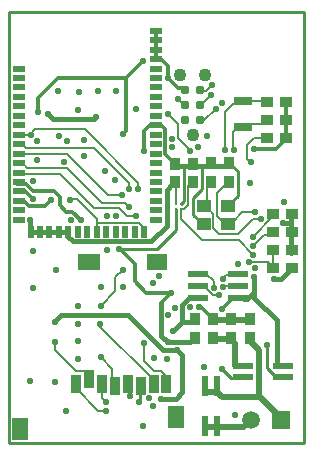
<source format=gbl>
%FSLAX25Y25*%
%MOIN*%
G70*
G01*
G75*
G04 Layer_Physical_Order=4*
G04 Layer_Color=16711680*
%ADD10R,0.03937X0.03740*%
%ADD11R,0.25984X0.25984*%
%ADD12O,0.00945X0.02362*%
%ADD13O,0.02362X0.00945*%
%ADD14R,0.02165X0.02362*%
%ADD15R,0.02362X0.02165*%
%ADD16R,0.03740X0.03937*%
%ADD17C,0.00984*%
%ADD18R,0.01772X0.05433*%
%ADD19R,0.09350X0.07480*%
%ADD20R,0.04606X0.07480*%
%ADD21R,0.05807X0.08268*%
%ADD22R,0.03150X0.00984*%
%ADD23R,0.00984X0.03150*%
%ADD24R,0.03937X0.02165*%
%ADD25R,0.04134X0.02362*%
%ADD26R,0.06693X0.06693*%
%ADD27O,0.03347X0.01102*%
%ADD28O,0.01102X0.03347*%
%ADD29R,0.03150X0.03740*%
%ADD30R,0.06299X0.07087*%
%ADD31R,0.01378X0.03937*%
%ADD32R,0.06299X0.03150*%
%ADD33C,0.01200*%
%ADD34C,0.00800*%
%ADD35C,0.01500*%
%ADD36C,0.02000*%
%ADD37C,0.01000*%
%ADD38C,0.01826*%
%ADD39R,0.04000X0.04100*%
%ADD40R,0.01300X0.04400*%
%ADD41R,0.04000X0.04200*%
%ADD42C,0.05906*%
%ADD43R,0.05906X0.05906*%
%ADD44C,0.02200*%
%ADD45C,0.04331*%
%ADD46C,0.05000*%
%ADD47C,0.04000*%
%ADD48R,0.06728X0.02402*%
%ADD49C,0.03098*%
%ADD50R,0.02362X0.03937*%
%ADD51R,0.03937X0.02362*%
%ADD52R,0.07500X0.05500*%
%ADD53R,0.07100X0.05500*%
%ADD54R,0.05500X0.07500*%
%ADD55R,0.03200X0.05900*%
%ADD56R,0.04724X0.04331*%
%ADD57R,0.05906X0.03150*%
%ADD58R,0.02402X0.06728*%
%ADD59C,0.01800*%
D10*
X316050Y358300D02*
D03*
X322350D02*
D03*
X316050Y346300D02*
D03*
X322350D02*
D03*
Y352300D02*
D03*
X316050D02*
D03*
Y364300D02*
D03*
X322350D02*
D03*
X314050Y389600D02*
D03*
X320350D02*
D03*
X320250Y401600D02*
D03*
X313950D02*
D03*
X320250Y395600D02*
D03*
X313950D02*
D03*
D16*
X296000Y322850D02*
D03*
Y329150D02*
D03*
X289200Y374750D02*
D03*
Y381050D02*
D03*
X283200D02*
D03*
Y374750D02*
D03*
X295200Y381150D02*
D03*
Y374850D02*
D03*
X301300Y381150D02*
D03*
Y374850D02*
D03*
X290000Y329150D02*
D03*
Y322850D02*
D03*
X302000D02*
D03*
Y329150D02*
D03*
X308200D02*
D03*
Y322850D02*
D03*
D17*
X285187Y365913D02*
D03*
Y367487D02*
D03*
X283613D02*
D03*
Y365913D02*
D03*
D33*
X247150Y364950D02*
X249150D01*
X244900Y367200D02*
X247150Y364950D01*
X244900Y367200D02*
Y370000D01*
X249150Y364950D02*
X252000Y362100D01*
X242900Y372000D02*
X244900Y370000D01*
X236000Y372000D02*
X242900D01*
X233700Y374300D02*
X236000Y372000D01*
X239900Y366800D02*
X242100Y369000D01*
X234700Y366800D02*
X239900D01*
X233253Y371747D02*
X235900Y369100D01*
X309800Y386000D02*
X317100D01*
X319300Y388200D01*
X280100Y384150D02*
X283200Y381050D01*
X277100Y415600D02*
Y424900D01*
X281000Y409400D02*
Y413400D01*
X278300Y416100D02*
X281000Y413400D01*
X244400Y409600D02*
X266900D01*
X237600Y398200D02*
Y402800D01*
X244400Y409600D01*
X281000Y409400D02*
X284300Y406100D01*
X286900D01*
X277100Y393900D02*
X278600D01*
X266900Y409600D02*
X272600Y415300D01*
X266900Y391800D02*
Y409600D01*
X280100Y384150D02*
Y392400D01*
X278600Y393900D02*
X280100Y392400D01*
X266000Y390900D02*
X266900Y391800D01*
X320350Y389600D02*
Y401650D01*
X232903Y368597D02*
X234700Y366800D01*
X230700Y374300D02*
X233700D01*
X265200Y352100D02*
X269900Y347400D01*
Y341900D02*
Y347400D01*
Y341900D02*
X273800Y338000D01*
X282000D01*
X273000Y385300D02*
Y391900D01*
X274900Y393800D01*
X275700D01*
X291066Y336200D02*
X292600D01*
X291600Y333100D02*
X292050D01*
X296000Y329150D01*
X278700Y334700D02*
X282000Y338000D01*
X298900Y332500D02*
X302300Y335900D01*
X302000Y322700D02*
X303400Y321300D01*
D34*
X231265Y371747D02*
X233253D01*
X296000Y337200D02*
X297900D01*
X292900Y340300D02*
X296000Y337200D01*
X293700Y344300D02*
X296200Y341800D01*
Y339800D02*
Y341800D01*
Y339800D02*
X296300Y339700D01*
X299600Y340100D02*
X302500D01*
X299100Y339600D02*
X299600Y340100D01*
X300400Y343900D02*
X302600D01*
X299100Y342600D02*
X300400Y343900D01*
X307500Y382700D02*
X308600Y381600D01*
X307500Y387300D02*
X309800Y389600D01*
X307500Y382700D02*
Y387300D01*
X308000Y348200D02*
Y348900D01*
X309300Y362600D02*
X311900D01*
X312100Y362400D01*
X309300Y356700D02*
X316000Y363400D01*
X267400D02*
X270300D01*
X264700Y366100D02*
X267400Y363400D01*
X266600Y367800D02*
X267950Y366450D01*
X316000Y345400D02*
Y353100D01*
X312900Y357200D02*
X316000D01*
X309400Y353700D02*
X312900Y357200D01*
X285187Y362413D02*
Y365913D01*
X304300Y357600D02*
X309300Y362600D01*
X298100Y357600D02*
X304300D01*
X296148Y359552D02*
X298100Y357600D01*
X297500Y363500D02*
X300350Y360650D01*
X297500Y363500D02*
Y371200D01*
X294600Y365800D02*
X296148Y364252D01*
Y359552D02*
Y364252D01*
X297500Y371200D02*
X300100Y373800D01*
X287700Y367300D02*
Y374000D01*
X286313Y365913D02*
X287700Y367300D01*
X285187Y365913D02*
X286313D01*
X293400Y365800D02*
X294600D01*
X305800Y364800D02*
X310100D01*
X302700Y361700D02*
X305800Y364800D01*
X301600Y361700D02*
X302700D01*
X300100Y373800D02*
Y374950D01*
X293900Y366700D02*
Y373900D01*
X309800Y389600D02*
X314050D01*
X292100Y395400D02*
X293100D01*
X283613Y367487D02*
Y373900D01*
X271700Y302200D02*
X271800Y302100D01*
X250300Y306100D02*
X257800Y298600D01*
X260900D01*
X259050Y303050D02*
X260400Y301700D01*
X259050Y303050D02*
Y306250D01*
X268100Y303600D02*
Y306600D01*
X262450Y308250D02*
Y312650D01*
X258600Y316500D02*
X262450Y312650D01*
X286400Y400500D02*
X286500D01*
X284500Y402400D02*
X286400Y400500D01*
X281100Y397400D02*
X284300Y394200D01*
X292200Y405200D02*
X293800D01*
X295700Y407100D01*
X291500Y399900D02*
X295500Y403900D01*
X296900Y399200D02*
X297100Y399000D01*
X293100Y395400D02*
X296900Y399200D01*
X231265Y390645D02*
X235200D01*
X284300Y390257D02*
Y394200D01*
Y390257D02*
X284420Y390137D01*
Y389580D02*
Y390137D01*
Y389580D02*
X288300Y385700D01*
Y385300D02*
Y385700D01*
X300000Y398300D02*
X302900Y401200D01*
X300000Y385600D02*
Y398300D01*
X307600Y401800D02*
X313200D01*
X302900Y401200D02*
X305600D01*
X307900Y394300D02*
X313500D01*
X302800Y385600D02*
Y391400D01*
X303800Y392400D01*
Y393300D01*
X231265Y368597D02*
X232903D01*
X232800Y387300D02*
X233800Y386300D01*
X234154Y379546D02*
Y379608D01*
Y379546D02*
X234200Y379500D01*
X232566Y381196D02*
X234154Y379608D01*
X231265Y381196D02*
X232566D01*
X243500Y318800D02*
Y321500D01*
Y318800D02*
X250500Y311800D01*
X253300D01*
X271360Y361300D02*
X272300Y360360D01*
X263400Y338400D02*
Y343100D01*
X266000Y345700D01*
X258700Y333700D02*
X263400Y338400D01*
X285187Y362413D02*
X292200Y355400D01*
X304700D01*
X309400Y350700D01*
X233800Y386300D02*
X256300D01*
X267900Y374700D01*
Y372500D02*
Y374700D01*
X270900Y372600D02*
Y374700D01*
X257700Y361300D02*
X271360D01*
X257300Y358800D02*
X258100Y358000D01*
X257300Y358800D02*
Y362400D01*
X248400Y369100D02*
X250600D01*
X257300Y362400D01*
X231265Y377546D02*
X244954D01*
X256400Y366100D01*
X264700D01*
X231265Y384345D02*
X247255D01*
X261000Y370600D01*
X265600D01*
X234200Y379500D02*
X247300D01*
X259000Y367800D01*
X266600D01*
X234865Y390495D02*
X236770Y392400D01*
X253200D01*
X270900Y374700D01*
X275300Y307400D02*
Y309800D01*
X308000Y348900D02*
X308600Y348300D01*
X314200D01*
X314900Y347600D01*
X258500Y326600D02*
Y327500D01*
Y326600D02*
X275300Y309800D01*
X280000Y309600D02*
Y310500D01*
X272900Y315300D02*
Y321300D01*
Y315300D02*
X276300Y311900D01*
X278600D02*
X280000Y310500D01*
X276300Y311900D02*
X278600D01*
D35*
X247500Y356800D02*
X249200Y355100D01*
X275500D01*
X280600Y360200D01*
Y372200D01*
X309800Y336300D02*
Y338300D01*
Y336300D02*
X317200Y328900D01*
X241000Y397600D02*
X242700Y395900D01*
X256200D02*
X256900Y396600D01*
X242700Y395900D02*
X256200D01*
X309800Y338300D02*
Y343100D01*
X307500Y336000D02*
X309800Y338300D01*
X318550Y342500D02*
X322350Y346300D01*
X279300Y318900D02*
X284000D01*
X267600Y330600D02*
X279300Y318900D01*
X245300Y330600D02*
X267600D01*
X287900Y336200D02*
X291066D01*
X285700Y334000D02*
X287900Y336200D01*
X285700Y328300D02*
Y334000D01*
X281000Y321400D02*
X288450D01*
X278700Y323700D02*
X281000Y321400D01*
X319200Y361300D02*
X322000D01*
X322050Y351100D02*
Y363150D01*
X280600Y372200D02*
X282500Y374100D01*
X235000Y358200D02*
X247801D01*
X283500Y380100D02*
X301800D01*
X243250Y328550D02*
X245300Y330600D01*
X234900Y359400D02*
Y362300D01*
X316400Y342500D02*
X318550D01*
X288450Y321400D02*
X290000Y322950D01*
X278700Y323700D02*
Y334700D01*
X282600Y325200D02*
X285700Y328300D01*
X289800D01*
X306400Y336000D02*
X307500D01*
X317200Y313900D02*
Y328900D01*
D36*
X299000Y303200D02*
X311700D01*
X297300Y304900D02*
X299000Y303200D01*
X293800Y304900D02*
X297300D01*
X311700Y303200D02*
X319500Y295400D01*
X311400Y303500D02*
Y318800D01*
X293727Y293220D02*
X306320D01*
X295980Y328980D02*
X308200D01*
X296200Y322700D02*
X302000D01*
X308200Y322000D02*
X311400Y318800D01*
X303500Y313700D02*
Y316400D01*
X303400D02*
Y321300D01*
D37*
X283613Y358913D02*
Y365913D01*
X277300Y352600D02*
X283613Y358913D01*
X264800Y352600D02*
X277300D01*
X289300Y369500D02*
X292200Y372400D01*
X289300Y364000D02*
Y369500D01*
Y364000D02*
X291900Y361400D01*
X286200Y368500D02*
Y380100D01*
X285187Y367487D02*
X286200Y368500D01*
X292200Y372400D02*
Y380100D01*
X301500Y367500D02*
X304200Y370200D01*
Y378400D01*
X302400Y380200D02*
X304200Y378400D01*
X271700Y302200D02*
Y305000D01*
X306320Y293220D02*
X308600Y295500D01*
X308200Y322000D02*
Y322850D01*
X302000Y309600D02*
X305935D01*
X299000Y312600D02*
X302000Y309600D01*
X313900Y313000D02*
Y320700D01*
Y313000D02*
X317400Y309500D01*
X326400Y288000D02*
Y431500D01*
X228000Y288000D02*
X326400D01*
X228000Y431500D02*
X326400D01*
X228000Y288000D02*
Y431500D01*
D42*
X308600Y295500D02*
D03*
D43*
X318600D02*
D03*
D44*
X260600Y352200D02*
D03*
X284000Y318900D02*
D03*
X268200Y303500D02*
D03*
X280800Y316000D02*
D03*
X276000Y300100D02*
D03*
X252000Y362100D02*
D03*
X291500Y333200D02*
D03*
X296500Y339700D02*
D03*
X299500Y339800D02*
D03*
Y342600D02*
D03*
X297900Y337200D02*
D03*
X308400Y374600D02*
D03*
X308600Y381600D02*
D03*
X308000Y348200D02*
D03*
X310100Y364800D02*
D03*
X312100Y362400D02*
D03*
X316400Y342500D02*
D03*
X270300Y363400D02*
D03*
X268000Y366500D02*
D03*
X263700Y363700D02*
D03*
X319200Y361300D02*
D03*
X309400Y350700D02*
D03*
Y353700D02*
D03*
X309300Y356700D02*
D03*
X309800Y386000D02*
D03*
X319600Y368300D02*
D03*
X258600Y340000D02*
D03*
X244300Y405300D02*
D03*
X257700Y405100D02*
D03*
X263800Y405300D02*
D03*
X243200Y328300D02*
D03*
X243500Y321500D02*
D03*
X234900Y308600D02*
D03*
X243300Y308200D02*
D03*
X282000Y338000D02*
D03*
X266000Y345700D02*
D03*
X246300Y381600D02*
D03*
X237300Y382200D02*
D03*
X251300Y404900D02*
D03*
X241000Y397600D02*
D03*
X271500Y301500D02*
D03*
X247000Y298600D02*
D03*
X260300D02*
D03*
X251000Y333700D02*
D03*
Y327700D02*
D03*
Y321800D02*
D03*
X237400Y388400D02*
D03*
X236000Y351900D02*
D03*
X265900Y339800D02*
D03*
X258700Y333700D02*
D03*
X258500Y327500D02*
D03*
X260400Y301700D02*
D03*
X258600Y316500D02*
D03*
X251000Y315800D02*
D03*
X272900Y321300D02*
D03*
X281000Y409400D02*
D03*
X278000Y343700D02*
D03*
X276000Y341200D02*
D03*
X272600Y415300D02*
D03*
X237600Y398200D02*
D03*
X253000Y388900D02*
D03*
Y383700D02*
D03*
X250900Y398900D02*
D03*
X256900Y396600D02*
D03*
X284500Y402400D02*
D03*
X281100Y397400D02*
D03*
X270200Y399100D02*
D03*
X295700Y407100D02*
D03*
X298900Y401200D02*
D03*
X295500Y403900D02*
D03*
X296900Y399200D02*
D03*
X291000Y386700D02*
D03*
X282400Y389300D02*
D03*
Y386400D02*
D03*
X288300Y385300D02*
D03*
X293900Y390300D02*
D03*
X266000Y390900D02*
D03*
X273000Y385300D02*
D03*
X236100Y375200D02*
D03*
X248200Y368900D02*
D03*
X235200Y390400D02*
D03*
X244800Y390100D02*
D03*
X247400Y388600D02*
D03*
X270900Y372600D02*
D03*
X268000Y372500D02*
D03*
X265600Y370600D02*
D03*
X234900Y362200D02*
D03*
X248600Y362100D02*
D03*
X235900Y369100D02*
D03*
X242100Y369000D02*
D03*
X260000Y378700D02*
D03*
X260600Y363600D02*
D03*
X300100Y385600D02*
D03*
X303000D02*
D03*
X263200Y375400D02*
D03*
X236000Y339700D02*
D03*
X243600Y345700D02*
D03*
X264800Y352600D02*
D03*
X272700Y293400D02*
D03*
X288400Y333300D02*
D03*
X278700Y302700D02*
D03*
X292947Y313207D02*
D03*
X303200Y297200D02*
D03*
X309900Y346100D02*
D03*
X304400Y347700D02*
D03*
X309800Y343100D02*
D03*
X283200Y332800D02*
D03*
X274800Y302800D02*
D03*
X276400Y316200D02*
D03*
X281000Y321400D02*
D03*
X282600Y325200D02*
D03*
X281100Y330500D02*
D03*
X298900Y332500D02*
D03*
X299000Y312600D02*
D03*
X303400Y316400D02*
D03*
X313900Y320700D02*
D03*
D45*
X289300Y390700D02*
D03*
X293300Y410700D02*
D03*
X284946D02*
D03*
D48*
X291066Y344137D02*
D03*
X304334D02*
D03*
Y336231D02*
D03*
Y340168D02*
D03*
X291066D02*
D03*
Y336231D02*
D03*
X319334Y313668D02*
D03*
Y309732D02*
D03*
X306066D02*
D03*
Y313668D02*
D03*
D49*
X291800Y400700D02*
D03*
Y405700D02*
D03*
Y395700D02*
D03*
X286800Y400700D02*
D03*
Y405700D02*
D03*
Y395700D02*
D03*
D50*
X247801Y358361D02*
D03*
X250950D02*
D03*
X254100D02*
D03*
X257249D02*
D03*
X260399D02*
D03*
X263549D02*
D03*
X266698D02*
D03*
X269848D02*
D03*
X272997D02*
D03*
X244651D02*
D03*
X241501D02*
D03*
X238352D02*
D03*
X235202D02*
D03*
D51*
X276935Y425290D02*
D03*
Y422141D02*
D03*
Y418991D02*
D03*
Y415841D02*
D03*
Y412692D02*
D03*
Y409542D02*
D03*
Y406393D02*
D03*
Y403243D02*
D03*
Y400093D02*
D03*
Y396944D02*
D03*
Y393794D02*
D03*
Y390645D02*
D03*
Y387495D02*
D03*
Y384345D02*
D03*
Y381196D02*
D03*
Y378046D02*
D03*
Y374897D02*
D03*
Y371747D02*
D03*
Y368597D02*
D03*
Y365448D02*
D03*
Y362298D02*
D03*
X231265D02*
D03*
Y365448D02*
D03*
Y368597D02*
D03*
Y371747D02*
D03*
Y374897D02*
D03*
Y378046D02*
D03*
Y381196D02*
D03*
Y384345D02*
D03*
Y387495D02*
D03*
Y390645D02*
D03*
Y393794D02*
D03*
Y396944D02*
D03*
Y400093D02*
D03*
Y403243D02*
D03*
Y406393D02*
D03*
Y409542D02*
D03*
Y412692D02*
D03*
D52*
X254700Y348300D02*
D03*
D53*
X277400D02*
D03*
D54*
X231800Y292600D02*
D03*
X283600Y296500D02*
D03*
D55*
X280500Y307700D02*
D03*
X276200D02*
D03*
X271900Y306900D02*
D03*
X267600Y307700D02*
D03*
X263300Y306900D02*
D03*
X259000Y307700D02*
D03*
X254700Y309300D02*
D03*
X250400Y307700D02*
D03*
D56*
X301134Y360947D02*
D03*
X292866D02*
D03*
Y366853D02*
D03*
X301134D02*
D03*
D57*
X306000Y393369D02*
D03*
Y402031D02*
D03*
D58*
X293332Y306734D02*
D03*
X297269D02*
D03*
Y293466D02*
D03*
X293332D02*
D03*
D59*
X278700Y302700D02*
X283700D01*
X285800Y304800D01*
Y317100D01*
X284000Y318900D02*
X285800Y317100D01*
M02*

</source>
